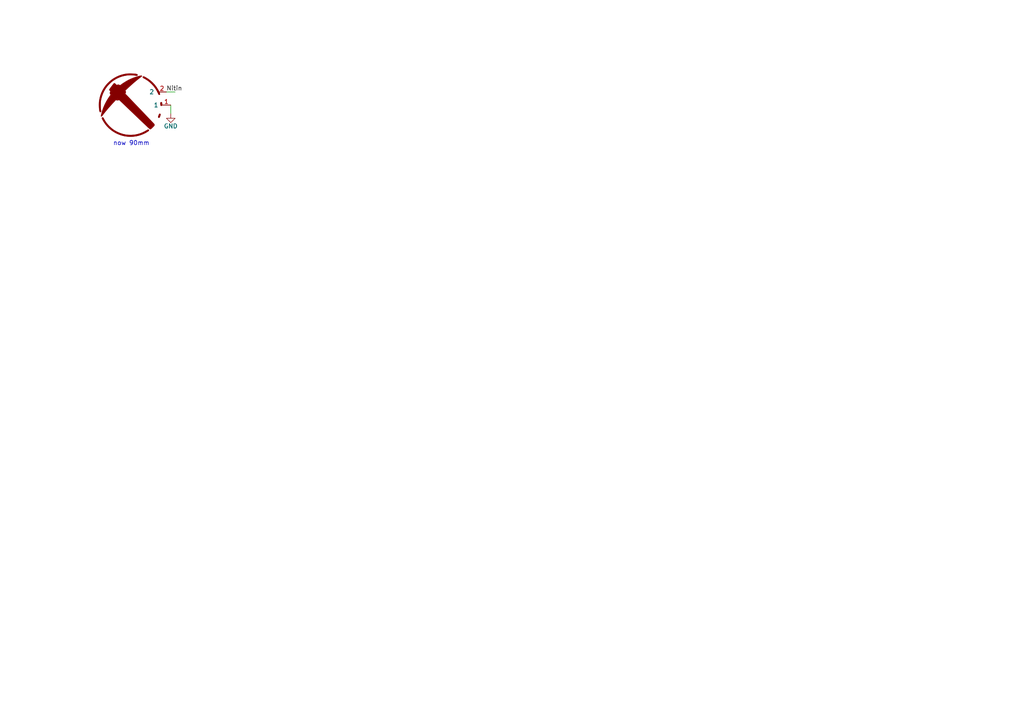
<source format=kicad_sch>
(kicad_sch (version 20231120) (generator "eeschema") (generator_version "8.0")
  (paper "A4")
  (title_block (title "GRR Coaster") (date "2024-12-13") (rev "2") (company "Gold Rush Robotics") (comment 1 "BigPierogi"))
  (lib_symbols
    (symbol "GRRLogo:LOGO" (pin_names (offset 1.016))
      (symbol "LOGO_0_0"
        (polyline (pts (xy 16.9256 3.9416) (xy 17.0143 3.9761) (xy 17.0904 4.07) (xy 17.1366 4.1597) (xy 17.1987 4.3075) (xy 17.2613 4.4782) (xy 17.3162 4.6477) (xy 17.3551 4.7921) (xy 17.37 4.8873) (xy 17.352 4.9677) (xy 17.2792 5.0522) (xy 17.1734 5.0967) (xy 17.0596 5.0922) (xy 16.9628 5.03) (xy 16.9322 4.98) (xy 16.8788 4.8632) (xy 16.8174 4.7084) (xy 16.756 4.5378) (xy 16.7023 4.3735) (xy 16.6644 4.2376) (xy 16.65 4.1521) (xy 16.6609 4.0927) (xy 16.7128 4.0029) (xy 16.7856 3.9608) (xy 16.8934 3.94) (xy 16.9256 3.9416)) (stroke (width 0.01)) (fill (type outline)))
        (polyline (pts (xy 17.7368 7.4462) (xy 17.7506 7.4601) (xy 17.7807 7.5101) (xy 17.7988 7.5888) (xy 17.8076 7.7134) (xy 17.81 7.9009) (xy 17.8096 7.9901) (xy 17.8046 8.1503) (xy 17.7914 8.2582) (xy 17.7666 8.3332) (xy 17.727 8.3947) (xy 17.7044 8.4209) (xy 17.5951 8.4902) (xy 17.4813 8.4829) (xy 17.3761 8.3988) (xy 17.3482 8.3593) (xy 17.3225 8.2994) (xy 17.3104 8.2171) (xy 17.3098 8.0933) (xy 17.3184 7.9088) (xy 17.3184 7.9087) (xy 17.3373 7.6826) (xy 17.3647 7.5313) (xy 17.4013 7.45) (xy 17.4033 7.4478) (xy 17.5033 7.3901) (xy 17.6256 7.3895) (xy 17.7368 7.4462)) (stroke (width 0.01)) (fill (type outline)))
        (polyline (pts (xy 17.0917 10.619) (xy 17.1764 10.7001) (xy 17.21 10.8172) (xy 17.1996 10.8808) (xy 17.157 11.0166) (xy 17.0872 11.197) (xy 16.9965 11.4075) (xy 16.8914 11.6335) (xy 16.7781 11.8604) (xy 16.6631 12.0735) (xy 16.6432 12.1085) (xy 16.1801 12.8425) (xy 15.659 13.5216) (xy 15.0796 14.1463) (xy 14.4413 14.717) (xy 13.7435 15.2343) (xy 12.9859 15.6987) (xy 12.8464 15.7743) (xy 12.6432 15.8729) (xy 12.4893 15.9269) (xy 12.3749 15.9382) (xy 12.2904 15.9086) (xy 12.2261 15.8398) (xy 12.2132 15.8187) (xy 12.1813 15.7056) (xy 12.2201 15.5986) (xy 12.3325 15.4928) (xy 12.5216 15.3838) (xy 12.9743 15.1421) (xy 13.6269 14.7219) (xy 14.2459 14.2369) (xy 14.8243 13.6947) (xy 15.3552 13.1024) (xy 15.8316 12.4674) (xy 16.2465 11.797) (xy 16.593 11.0986) (xy 16.6606 10.9498) (xy 16.736 10.7978) (xy 16.799 10.6856) (xy 16.8404 10.63) (xy 16.8654 10.6134) (xy 16.98 10.586) (xy 17.0917 10.619)) (stroke (width 0.01)) (fill (type outline)))
        (polyline (pts (xy 9.1296 -1.5271) (xy 9.4143 -1.5154) (xy 9.6415 -1.4976) (xy 9.6469 -1.4971) (xy 10.456 -1.3702) (xy 11.2586 -1.1694) (xy 12.0392 -0.8994) (xy 12.7824 -0.5647) (xy 12.9782 -0.4611) (xy 13.1924 -0.3403) (xy 13.4047 -0.2142) (xy 13.6013 -0.0914) (xy 13.7686 0.0195) (xy 13.8927 0.1099) (xy 13.96 0.1712) (xy 13.975 0.193) (xy 14.0062 0.3084) (xy 13.9763 0.4209) (xy 13.8969 0.5062) (xy 13.7801 0.54) (xy 13.7141 0.5215) (xy 13.5956 0.4671) (xy 13.444 0.3855) (xy 13.2763 0.2853) (xy 12.7401 -0.0256) (xy 11.9946 -0.3806) (xy 11.2277 -0.6613) (xy 10.4443 -0.8677) (xy 9.6493 -0.9993) (xy 8.8476 -1.0559) (xy 8.0441 -1.0373) (xy 7.2437 -0.943) (xy 6.4513 -0.7729) (xy 5.6717 -0.5267) (xy 4.91 -0.204) (xy 4.4343 0.0382) (xy 3.9471 0.3239) (xy 3.4968 0.6352) (xy 3.0605 0.988) (xy 2.6155 1.3983) (xy 2.5658 1.4468) (xy 2.0896 1.947) (xy 1.6785 2.4495) (xy 1.3205 2.9702) (xy 1.0033 3.5253) (xy 0.9328 3.6583) (xy 0.8487 3.8103) (xy 0.7802 3.9269) (xy 0.7377 3.99) (xy 0.6681 4.0416) (xy 0.5566 4.0578) (xy 0.4469 4.0216) (xy 0.3632 3.9425) (xy 0.33 3.8302) (xy 0.3369 3.7794) (xy 0.3842 3.642) (xy 0.4706 3.4571) (xy 0.59 3.235) (xy 0.7359 2.986) (xy 0.9022 2.7203) (xy 1.0823 2.4482) (xy 1.2702 2.1799) (xy 1.4593 1.9257) (xy 1.6435 1.6959) (xy 1.8422 1.4674) (xy 2.4197 0.8847) (xy 3.0516 0.3551) (xy 3.7308 -0.1174) (xy 4.4502 -0.5292) (xy 5.2029 -0.8765) (xy 5.9818 -1.1554) (xy 6.7798 -1.3623) (xy 7.59 -1.4934) (xy 7.6224 -1.4968) (xy 7.8608 -1.5146) (xy 8.153 -1.5266) (xy 8.4767 -1.5327) (xy 8.8097 -1.5329) (xy 9.1296 -1.5271)) (stroke (width 0.01)) (fill (type outline)))
        (polyline (pts (xy 0.0711 5.6614) (xy 0.0757 5.6664) (xy 0.1034 5.7024) (xy 0.1196 5.7449) (xy 0.1242 5.8086) (xy 0.117 5.9079) (xy 0.0981 6.0573) (xy 0.0673 6.2714) (xy 0.0494 6.4082) (xy 0.0179 6.7508) (xy -0.0026 7.133) (xy -0.012 7.5348) (xy -0.0102 7.9365) (xy 0.0027 8.3185) (xy 0.0269 8.6607) (xy 0.0623 8.9436) (xy 0.145 9.3754) (xy 0.3591 10.1837) (xy 0.6448 10.9647) (xy 0.9991 11.7119) (xy 1.4192 12.4192) (xy 1.9023 13.08) (xy 1.9392 13.1249) (xy 2.141 13.3539) (xy 2.3838 13.6088) (xy 2.6494 13.872) (xy 2.9196 14.1258) (xy 3.1763 14.3526) (xy 3.4011 14.5345) (xy 4.0084 14.9538) (xy 4.7197 15.3549) (xy 5.4667 15.6886) (xy 6.242 15.9524) (xy 7.0383 16.1439) (xy 7.8482 16.2606) (xy 8.6644 16.3) (xy 8.7021 16.2999) (xy 8.957 16.2917) (xy 9.2485 16.2731) (xy 9.5531 16.2463) (xy 9.8476 16.2135) (xy 10.1087 16.1771) (xy 10.3131 16.1393) (xy 10.4258 16.1191) (xy 10.5173 16.1231) (xy 10.595 16.1597) (xy 10.6622 16.2335) (xy 10.694 16.3494) (xy 10.6734 16.4671) (xy 10.6 16.5557) (xy 10.552 16.5795) (xy 10.4037 16.6236) (xy 10.1936 16.6636) (xy 9.9336 16.6987) (xy 9.6358 16.7283) (xy 9.3121 16.7515) (xy 8.9746 16.7674) (xy 8.6352 16.7754) (xy 8.3059 16.7747) (xy 7.9987 16.7644) (xy 7.7256 16.7438) (xy 6.9167 16.624) (xy 6.1039 16.4282) (xy 5.321 16.1629) (xy 4.5715 15.8314) (xy 3.8591 15.4372) (xy 3.1872 14.9839) (xy 2.5594 14.4747) (xy 1.9793 13.9133) (xy 1.4503 13.303) (xy 0.9762 12.6472) (xy 0.5603 11.9495) (xy 0.2064 11.2133) (xy -0.0822 10.442) (xy -0.3017 9.6391) (xy -0.4488 8.808) (xy -0.4701 8.6182) (xy -0.4943 8.2957) (xy -0.5074 7.9533) (xy -0.5102 7.6009) (xy -0.5034 7.2487) (xy -0.4874 6.9064) (xy -0.4631 6.5842) (xy -0.4311 6.292) (xy -0.392 6.0398) (xy -0.3465 5.8374) (xy -0.2952 5.6951) (xy -0.2389 5.6226) (xy -0.1717 5.5935) (xy -0.0405 5.5914) (xy 0.0711 5.6614)) (stroke (width 0.01)) (fill (type outline)))
        (polyline (pts (xy 14.4308 0.6459) (xy 14.5541 0.6777) (xy 14.5927 0.701) (xy 14.6829 0.7749) (xy 14.8089 0.8889) (xy 14.9596 1.033) (xy 15.1241 1.1973) (xy 15.2475 1.3237) (xy 15.3909 1.4733) (xy 15.4906 1.584) (xy 15.5543 1.6662) (xy 15.5901 1.7304) (xy 15.6055 1.787) (xy 15.6085 1.8464) (xy 15.6081 1.8629) (xy 15.5915 1.9878) (xy 15.5585 2.0838) (xy 15.5542 2.0895) (xy 15.5051 2.1445) (xy 15.4045 2.253) (xy 15.2556 2.4118) (xy 15.0614 2.6178) (xy 14.8249 2.8676) (xy 14.5493 3.158) (xy 14.2374 3.486) (xy 13.8926 3.8482) (xy 13.5176 4.2414) (xy 13.1157 4.6624) (xy 12.6899 5.1081) (xy 12.2432 5.5752) (xy 11.7787 6.0605) (xy 11.2995 6.5607) (xy 7.089 10.9538) (xy 7.1752 11.0456) (xy 7.2485 11.1691) (xy 7.2841 11.3394) (xy 7.2735 11.5198) (xy 7.2149 11.6807) (xy 7.1944 11.7158) (xy 7.1483 11.7988) (xy 7.13 11.8386) (xy 7.1569 11.867) (xy 7.2354 11.9423) (xy 7.3575 12.0571) (xy 7.5154 12.2042) (xy 7.7013 12.3764) (xy 7.9072 12.5663) (xy 8.1253 12.7669) (xy 8.3478 12.9708) (xy 8.5667 13.1709) (xy 8.7743 13.3599) (xy 8.9626 13.5305) (xy 9.1238 13.6756) (xy 9.25 13.7879) (xy 9.2608 13.7975) (xy 9.5509 14.0493) (xy 9.8737 14.3233) (xy 10.2137 14.607) (xy 10.5557 14.8877) (xy 10.8841 15.1527) (xy 11.1838 15.3896) (xy 11.4393 15.5856) (xy 11.5679 15.6832) (xy 11.7279 15.8079) (xy 11.8553 15.9112) (xy 11.9395 15.9843) (xy 11.97 16.0188) (xy 11.9617 16.0907) (xy 11.9301 16.1419) (xy 11.8661 16.1689) (xy 11.7609 16.172) (xy 11.6056 16.1516) (xy 11.3915 16.1077) (xy 11.1096 16.0406) (xy 10.9397 15.9974) (xy 10.2322 15.7908) (xy 9.5145 15.5416) (xy 8.8165 15.2607) (xy 8.1681 14.9591) (xy 7.8298 14.7813) (xy 7.4146 14.5461) (xy 6.9865 14.2881) (xy 6.5671 14.0208) (xy 6.1781 13.7577) (xy 5.8412 13.5122) (xy 5.6124 13.3373) (xy 5.4568 13.4403) (xy 5.3968 13.4776) (xy 5.2059 13.5567) (xy 5.0223 13.5635) (xy 4.8289 13.4995) (xy 4.6426 13.4094) (xy 4.3553 13.6947) (xy 4.1971 13.8439) (xy 4.0765 13.9352) (xy 3.9812 13.9734) (xy 3.8994 13.9634) (xy 3.8189 13.91) (xy 3.7833 13.8713) (xy 3.7032 13.7741) (xy 3.5889 13.6303) (xy 3.4477 13.4493) (xy 3.2871 13.2404) (xy 3.1144 13.0132) (xy 3.0216 12.8897) (xy 2.8239 12.622) (xy 2.6743 12.4108) (xy 2.5703 12.2527) (xy 2.5097 12.1441) (xy 2.4899 12.0815) (xy 2.4929 12.0535) (xy 2.5485 11.9342) (xy 2.673 11.7809) (xy 2.8561 11.5852) (xy 2.763 11.4593) (xy 2.6959 11.3298) (xy 2.6642 11.1383) (xy 2.6929 10.9422) (xy 2.7814 10.7678) (xy 2.8928 10.6217) (xy 2.5288 10.1141) (xy 2.2102 9.6514) (xy 1.6572 8.7463) (xy 1.1712 7.8071) (xy 0.7554 6.8408) (xy 0.413 5.8545) (xy 0.1471 4.8553) (xy 0.1366 4.8081) (xy 0.0965 4.6146) (xy 0.0769 4.483) (xy 0.0763 4.401) (xy 0.0934 4.3559) (xy 0.1119 4.3358) (xy 0.1699 4.3027) (xy 0.2373 4.3161) (xy 0.3219 4.3814) (xy 0.4317 4.5042) (xy 0.5747 4.69) (xy 0.859 5.065) (xy 1.2698 5.5832) (xy 1.7309 6.1419) (xy 2.2364 6.7343) (xy 2.7806 7.3537) (xy 3.3578 7.9935) (xy 3.9623 8.6469) (xy 4.4183 9.1338) (xy 4.5441 9.0571) (xy 4.6986 8.9973) (xy 4.8778 8.9786) (xy 5.0503 9.0006) (xy 5.1849 9.0633) (xy 5.1932 9.0696) (xy 5.2733 9.1199) (xy 5.3251 9.1333) (xy 5.3288 9.1304) (xy 5.3774 9.086) (xy 5.4797 8.9901) (xy 5.6324 8.8458) (xy 5.8324 8.656) (xy 6.0765 8.4238) (xy 6.3615 8.1523) (xy 6.6843 7.8444) (xy 7.0417 7.5031) (xy 7.4305 7.1316) (xy 7.8475 6.7328) (xy 8.2896 6.3097) (xy 8.7537 5.8654) (xy 9.2364 5.403) (xy 9.7348 4.9253) (xy 9.871 4.7947) (xy 10.3671 4.3197) (xy 10.8478 3.8603) (xy 11.3097 3.4194) (xy 11.7498 3.0003) (xy 12.1647 2.6059) (xy 12.5512 2.2394) (xy 12.906 1.9037) (xy 13.2258 1.602) (xy 13.5075 1.3374) (xy 13.7479 1.1128) (xy 13.9435 0.9315) (xy 14.0912 0.7964) (xy 14.1878 0.7106) (xy 14.23 0.6772) (xy 14.276 0.6578) (xy 14.3495 0.6393) (xy 14.4308 0.6459)) (stroke (width 0.01)) (fill (type outline)))
      )
      (symbol "LOGO_1_1"
        (pin input line (at 20.32 7.62 180) (length 2.54) (name "1") (number "1"))
        (pin input line (at 19.05 11.43 180) (length 2.54) (name "2") (number "2"))
      )
    )
    (symbol "power:GND" (power) (pin_numbers hide) (pin_names (offset 0) hide)
      (property "Value" "GND" (at 0 -3.81 0))
      (symbol "GND_0_1"
        (polyline (pts (xy 0 0) (xy 0 -1.27) (xy 1.27 -1.27) (xy 0 -2.54) (xy -1.27 -1.27) (xy 0 -1.27)))
      )
      (symbol "GND_1_1"
        (pin power_in line (at 0 0 270) (length 0) (name "~") (number "1"))
      )
    )
  )
  (wire (pts (xy 48.26 26.67) (xy 50.8 26.67)))
  (wire (pts (xy 49.53 33.02) (xy 49.53 30.48)))
  (text "now 90mm" (at 38.1 41.656 0) (effects (font (size 1.27 1.27))))
  (label "Nitin" (at 48.26 26.67 0))
  (symbol (lib_id "power:GND") (at 49.53 33.02 0) (unit 1)
    (property "Reference" "#PWR01" (effects (hide yes)))
    (property "Value" "GND" (at 49.53 36.576 0))
    (property "Description" "Power symbol creates a global label with name \"GND\" , ground" (effects (hide yes)))
  )
  (symbol (lib_id "GRRLogo:LOGO") (at 29.21 38.1 0) (unit 1)
    (property "Reference" "G1" (effects (hide yes)))
    (property "Value" "LOGO" (effects (hide yes)))
    (property "Footprint" "GRR:GRR_90mm" (effects (hide yes)))
  )
)
</source>
